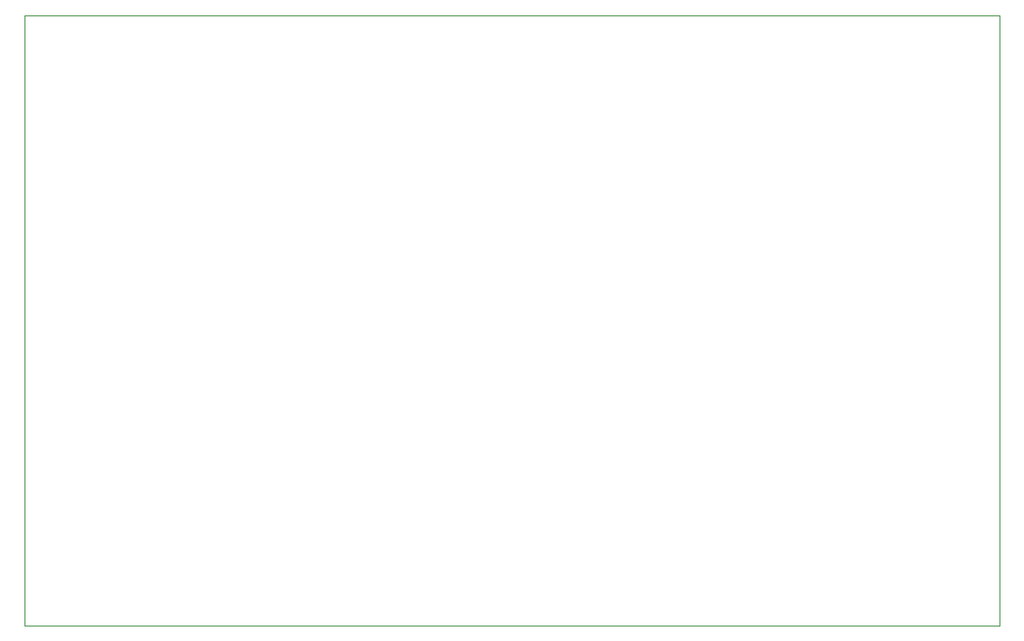
<source format=gbr>
%TF.GenerationSoftware,KiCad,Pcbnew,5.1.12-84ad8e8a86~92~ubuntu20.04.1*%
%TF.CreationDate,2022-04-07T20:47:11+02:00*%
%TF.ProjectId,bkm-15r-mini,626b6d2d-3135-4722-9d6d-696e692e6b69,rev?*%
%TF.SameCoordinates,Original*%
%TF.FileFunction,Profile,NP*%
%FSLAX46Y46*%
G04 Gerber Fmt 4.6, Leading zero omitted, Abs format (unit mm)*
G04 Created by KiCad (PCBNEW 5.1.12-84ad8e8a86~92~ubuntu20.04.1) date 2022-04-07 20:47:11*
%MOMM*%
%LPD*%
G01*
G04 APERTURE LIST*
%TA.AperFunction,Profile*%
%ADD10C,0.050000*%
%TD*%
G04 APERTURE END LIST*
D10*
X88500000Y-83500000D02*
X88500000Y-26500000D01*
X179500000Y-83500000D02*
X88500000Y-83500000D01*
X179500000Y-26500000D02*
X179500000Y-83500000D01*
X88500000Y-26500000D02*
X179500000Y-26500000D01*
M02*

</source>
